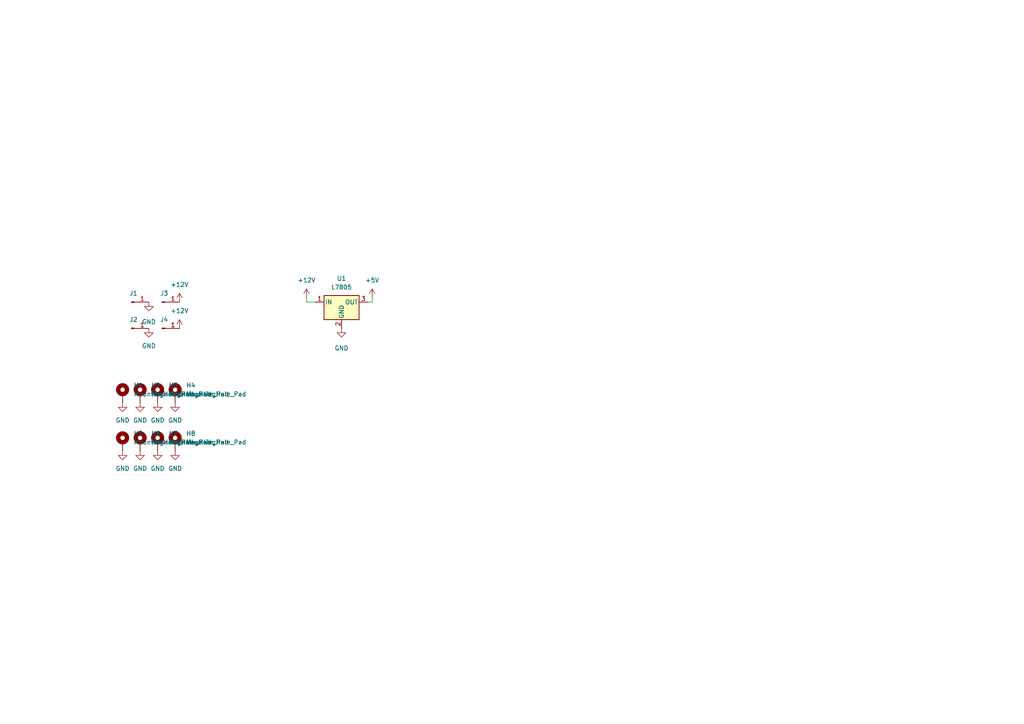
<source format=kicad_sch>
(kicad_sch (version 20230121) (generator eeschema)
  (paper "A4")
  (lib_symbols
    (symbol "Connector:Conn_01x01_Male" (pin_names (offset 1.016) hide)
      (property "Reference" "J" (at 0 2.54 0))
      (property "Value" "Conn_01x01_Male" (at 0 -2.54 0))
      (symbol "Conn_01x01_Male_1_1"
        (polyline (pts (xy 1.27 0) (xy 0.8636 0)) (stroke (width 0.1524)))
        (rectangle (start 0.8636 0.127) (end 0 -0.127) (stroke (width 0.1524)) (fill (type outline)))
        (pin passive line (at 5.08 0 180) (length 3.81) (name "Pin_1") (number "1"))
      )
    )
    (symbol "Mechanical:MountingHole_Pad" (pin_numbers hide) (pin_names (offset 1.016) hide)
      (property "Reference" "H" (at 0 6.35 0))
      (property "Value" "MountingHole_Pad" (at 0 4.445 0))
      (symbol "MountingHole_Pad_0_1"
        (circle (center 0 1.27) (radius 1.27) (stroke (width 1.27)))
      )
      (symbol "MountingHole_Pad_1_1"
        (pin input line (at 0 -2.54 90) (length 2.54) (name "1") (number "1"))
      )
    )
    (symbol "Regulator_Linear:L7805" (pin_names (offset 0.254))
      (property "Reference" "U" (at -3.81 3.175 0))
      (property "Value" "L7805" (at 0 3.175 0))
      (symbol "L7805_0_1"
        (rectangle (start -5.08 1.905) (end 5.08 -5.08) (stroke (width 0.254)) (fill (type background)))
      )
      (symbol "L7805_1_1"
        (pin power_in line (at -7.62 0 0) (length 2.54) (name "IN") (number "1"))
        (pin power_in line (at 0 -7.62 90) (length 2.54) (name "GND") (number "2"))
        (pin power_out line (at 7.62 0 180) (length 2.54) (name "OUT") (number "3"))
      )
    )
    (symbol "power:+12V" (power) (pin_names (offset 0))
      (property "Value" "+12V" (at 0 3.556 0))
      (symbol "+12V_0_1"
        (polyline (pts (xy -0.762 1.27) (xy 0 2.54)))
        (polyline (pts (xy 0 0) (xy 0 2.54)))
        (polyline (pts (xy 0 2.54) (xy 0.762 1.27)))
      )
      (symbol "+12V_1_1"
        (pin power_in line (at 0 0 90) (length 0) hide (name "+12V") (number "1"))
      )
    )
    (symbol "power:+5V" (power) (pin_names (offset 0))
      (property "Value" "+5V" (at 0 3.556 0))
      (symbol "+5V_0_1"
        (polyline (pts (xy -0.762 1.27) (xy 0 2.54)))
        (polyline (pts (xy 0 0) (xy 0 2.54)))
        (polyline (pts (xy 0 2.54) (xy 0.762 1.27)))
      )
      (symbol "+5V_1_1"
        (pin power_in line (at 0 0 90) (length 0) hide (name "+5V") (number "1"))
      )
    )
    (symbol "power:GND" (power) (pin_names (offset 0))
      (property "Value" "GND" (at 0 -3.81 0))
      (symbol "GND_0_1"
        (polyline (pts (xy 0 0) (xy 0 -1.27) (xy 1.27 -1.27) (xy 0 -2.54) (xy -1.27 -1.27) (xy 0 -1.27)))
      )
      (symbol "GND_1_1"
        (pin power_in line (at 0 0 270) (length 0) hide (name "GND") (number "1"))
      )
    )
  )
  (wire (pts (xy 88.9 87.63) (xy 88.9 86.36)))
  (wire (pts (xy 107.95 87.63) (xy 107.95 86.36)))
  (wire (pts (xy 106.68 87.63) (xy 107.95 87.63)))
  (wire (pts (xy 91.44 87.63) (xy 88.9 87.63)))
  (symbol (lib_id "Mechanical:MountingHole_Pad") (at 50.8 128.27 0) (unit 1)
    (property "Reference" "H8" (at 53.975 125.7299 0) (effects (justify left)))
    (property "Value" "MountingHole_Pad" (at 53.975 128.2699 0) (effects (justify left)))
    (property "Footprint" "MountingHole:MountingHole_2.7mm_M2.5_DIN965_Pad" (effects hide))
  )
  (symbol (lib_id "power:GND") (at 40.64 116.84 0) (unit 1)
    (property "Reference" "#PWR09" (effects hide))
    (property "Value" "GND" (at 40.64 121.92 0))
  )
  (symbol (lib_id "Mechanical:MountingHole_Pad") (at 50.8 114.3 0) (unit 1)
    (property "Reference" "H4" (at 53.975 111.7599 0) (effects (justify left)))
    (property "Value" "MountingHole_Pad" (at 53.975 114.2999 0) (effects (justify left)))
    (property "Footprint" "MountingHole:MountingHole_2.7mm_M2.5_DIN965_Pad" (effects hide))
  )
  (symbol (lib_id "power:+12V") (at 88.9 86.36 0) (unit 1)
    (property "Reference" "#PWR05" (effects hide))
    (property "Value" "+12V" (at 88.9 81.28 0))
  )
  (symbol (lib_id "power:GND") (at 35.56 116.84 0) (unit 1)
    (property "Reference" "#PWR08" (effects hide))
    (property "Value" "GND" (at 35.56 121.92 0))
  )
  (symbol (lib_id "Mechanical:MountingHole_Pad") (at 40.64 128.27 0) (unit 1)
    (property "Reference" "H6" (at 43.815 125.7299 0) (effects (justify left)))
    (property "Value" "MountingHole_Pad" (at 43.815 128.2699 0) (effects (justify left)))
    (property "Footprint" "MountingHole:MountingHole_2.7mm_M2.5_DIN965_Pad" (effects hide))
  )
  (symbol (lib_id "power:GND") (at 45.72 116.84 0) (unit 1)
    (property "Reference" "#PWR010" (effects hide))
    (property "Value" "GND" (at 45.72 121.92 0))
  )
  (symbol (lib_id "Regulator_Linear:L7805") (at 99.06 87.63 0) (unit 1)
    (property "Reference" "U1" (at 99.06 80.772 0))
    (property "Value" "L7805" (at 99.06 83.312 0))
    (property "Footprint" "Package_TO_SOT_THT:TO-220-3_Horizontal_TabDown" (effects hide))
    (property "Datasheet" "http://www.st.com/content/ccc/resource/technical/document/datasheet/41/4f/b3/b0/12/d4/47/88/CD00000444.pdf/files/CD00000444.pdf/jcr:content/translations/en.CD00000444.pdf" (effects hide))
  )
  (symbol (lib_id "Mechanical:MountingHole_Pad") (at 35.56 128.27 0) (unit 1)
    (property "Reference" "H5" (at 38.735 125.7299 0) (effects (justify left)))
    (property "Value" "MountingHole_Pad" (at 38.735 128.2699 0) (effects (justify left)))
    (property "Footprint" "MountingHole:MountingHole_2.7mm_M2.5_DIN965_Pad" (effects hide))
  )
  (symbol (lib_id "power:+5V") (at 107.95 86.36 0) (unit 1)
    (property "Reference" "#PWR07" (effects hide))
    (property "Value" "+5V" (at 107.95 81.28 0))
  )
  (symbol (lib_id "Mechanical:MountingHole_Pad") (at 45.72 114.3 0) (unit 1)
    (property "Reference" "H3" (at 48.895 111.7599 0) (effects (justify left)))
    (property "Value" "MountingHole_Pad" (at 48.895 114.2999 0) (effects (justify left)))
    (property "Footprint" "MountingHole:MountingHole_2.7mm_M2.5_DIN965_Pad" (effects hide))
  )
  (symbol (lib_id "Connector:Conn_01x01_Male") (at 38.1 87.63 0) (unit 1)
    (property "Reference" "J1" (at 38.735 85.09 0))
    (property "Value" "Conn_01x01_Male" (effects hide))
    (property "Footprint" "digikey-footprints:FS-P475" (effects hide))
  )
  (symbol (lib_id "power:+12V") (at 52.07 95.25 0) (unit 1)
    (property "Reference" "#PWR04" (effects hide))
    (property "Value" "+12V" (at 52.07 90.17 0))
  )
  (symbol (lib_id "power:GND") (at 35.56 130.81 0) (unit 1)
    (property "Reference" "#PWR012" (effects hide))
    (property "Value" "GND" (at 35.56 135.89 0))
  )
  (symbol (lib_id "Mechanical:MountingHole_Pad") (at 45.72 128.27 0) (unit 1)
    (property "Reference" "H7" (at 48.895 125.7299 0) (effects (justify left)))
    (property "Value" "MountingHole_Pad" (at 48.895 128.2699 0) (effects (justify left)))
    (property "Footprint" "MountingHole:MountingHole_2.7mm_M2.5_DIN965_Pad" (effects hide))
  )
  (symbol (lib_id "power:GND") (at 43.18 95.25 0) (unit 1)
    (property "Reference" "#PWR02" (effects hide))
    (property "Value" "GND" (at 43.18 100.33 0))
  )
  (symbol (lib_id "Mechanical:MountingHole_Pad") (at 35.56 114.3 0) (unit 1)
    (property "Reference" "H1" (at 38.735 111.7599 0) (effects (justify left)))
    (property "Value" "MountingHole_Pad" (at 38.735 114.2999 0) (effects (justify left)))
    (property "Footprint" "MountingHole:MountingHole_2.7mm_M2.5_DIN965_Pad" (effects hide))
  )
  (symbol (lib_id "power:GND") (at 40.64 130.81 0) (unit 1)
    (property "Reference" "#PWR013" (effects hide))
    (property "Value" "GND" (at 40.64 135.89 0))
  )
  (symbol (lib_id "power:GND") (at 45.72 130.81 0) (unit 1)
    (property "Reference" "#PWR014" (effects hide))
    (property "Value" "GND" (at 45.72 135.89 0))
  )
  (symbol (lib_id "power:GND") (at 50.8 116.84 0) (unit 1)
    (property "Reference" "#PWR011" (effects hide))
    (property "Value" "GND" (at 50.8 121.92 0))
  )
  (symbol (lib_id "Connector:Conn_01x01_Male") (at 38.1 95.25 0) (unit 1)
    (property "Reference" "J2" (at 38.735 92.71 0))
    (property "Value" "Conn_01x01_Male" (effects hide))
    (property "Footprint" "digikey-footprints:FS-P475" (effects hide))
  )
  (symbol (lib_id "power:GND") (at 99.06 95.25 0) (unit 1)
    (property "Reference" "#PWR06" (effects hide))
    (property "Value" "GND" (at 99.06 100.965 0))
  )
  (symbol (lib_id "Connector:Conn_01x01_Male") (at 46.99 95.25 0) (unit 1)
    (property "Reference" "J4" (at 47.625 92.71 0))
    (property "Value" "Conn_01x01_Male" (effects hide))
    (property "Footprint" "digikey-footprints:FS-P475" (effects hide))
  )
  (symbol (lib_id "power:GND") (at 50.8 130.81 0) (unit 1)
    (property "Reference" "#PWR015" (effects hide))
    (property "Value" "GND" (at 50.8 135.89 0))
  )
  (symbol (lib_id "Mechanical:MountingHole_Pad") (at 40.64 114.3 0) (unit 1)
    (property "Reference" "H2" (at 43.815 111.7599 0) (effects (justify left)))
    (property "Value" "MountingHole_Pad" (at 43.815 114.2999 0) (effects (justify left)))
    (property "Footprint" "MountingHole:MountingHole_2.7mm_M2.5_DIN965_Pad" (effects hide))
  )
  (symbol (lib_id "Connector:Conn_01x01_Male") (at 46.99 87.63 0) (unit 1)
    (property "Reference" "J3" (at 47.625 85.09 0))
    (property "Value" "Conn_01x01_Male" (effects hide))
    (property "Footprint" "digikey-footprints:FS-P475" (effects hide))
  )
  (symbol (lib_id "power:+12V") (at 52.07 87.63 0) (unit 1)
    (property "Reference" "#PWR03" (effects hide))
    (property "Value" "+12V" (at 52.07 82.55 0))
  )
  (symbol (lib_id "power:GND") (at 43.18 87.63 0) (unit 1)
    (property "Reference" "#PWR01" (effects hide))
    (property "Value" "GND" (at 43.18 93.345 0))
  )
)
</source>
